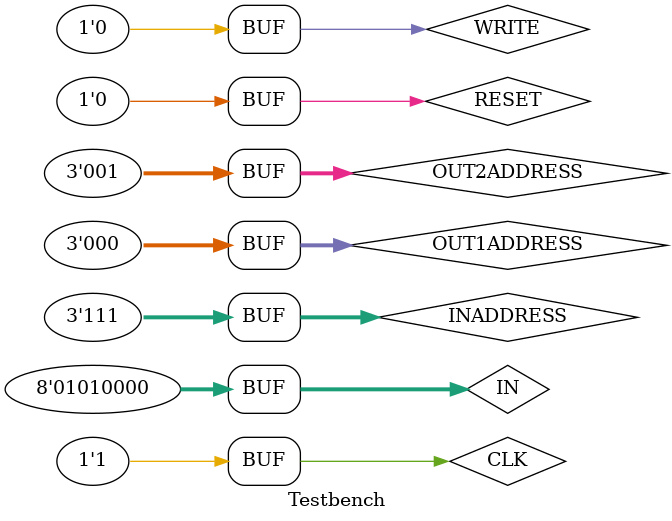
<source format=v>
module reg_file(IN,OUT1,OUT2,INADDRESS,OUT1ADDRESS,OUT2ADDRESS, WRITE, CLK, RESET);
input [7:0] IN; // set IN as 8 bit input
input [2:0] INADDRESS , OUT1ADDRESS , OUT2ADDRESS; // set INADDRESS , OUT1ADDRESS , OUT2ADDRESS as 3 bit inputs
input WRITE , CLK , RESET; // set WRITE , CLK , RESET as inputs
output reg [7:0] OUT1 , OUT2; // set OUT1 , OUT2 as 8 bit output registers

reg [7:0] registers [7:0]; // Create 8 , 8 bit registers to store values.

integer i; // Initialize a integer variable for loop

/* always block
   This block will be executed when rising edge of CLK occurs.
*/
always @ (posedge CLK)
begin
    if(RESET)begin // If RESET = 1
        /* all the registers will be set as 0
           This is a non blocking statement. So all the registers will be set as 0
           at same time (after 1 time unit).
        */
        for (i=0;i<=7;i=i+1)begin
            registers[i] <=  #1 0;
        end  
    end

    // If RESET == 0 and WRITE == 1
    if(!RESET & WRITE)begin
        /* store given value in the given register.
           IN contains the value and INADDRESS used to identify the register.
        */
        registers[INADDRESS] <= #1 IN; 
    end  
end


/* always block
   This block will be executed when OUT1 or OUT2 or RESET or WRITE changed
*/
always @ (OUT1ADDRESS , OUT2ADDRESS , RESET , WRITE)
begin
    if(!WRITE)begin // If WRITE == 0
        OUT1 <= #2 registers[OUT1ADDRESS]; // set OUT1 as the value in OUT1ADDRESS register
        OUT2 <= #2 registers[OUT2ADDRESS]; // set OUT2 as the value in OUT2ADDRESS register
    end
    
end
endmodule  


// Testbench module for testing purposes
module Testbench; 

    /* Following wires and registers are used to create instance of the reg_file module.
    */
    reg [7:0] IN; // IN is a 8 bit register
    reg [2:0] INADDRESS , OUT1ADDRESS , OUT2ADDRESS; // INADDRESS , OUT1ADDRESS , OUT2ADDRESS are 3 bit registers
    reg WRITE , CLK , RESET; // WRITE , CLK , RESET are registers
    wire [7:0] OUT1 , OUT2; // OUT1 , OUT2 are 8 bit wires

    // create instance of the reg_file module
    reg_file reg_f (IN,OUT1,OUT2,INADDRESS,OUT1ADDRESS,OUT2ADDRESS, WRITE, CLK, RESET);
    
    initial 
    begin
        
        // t = 5
        #5 RESET = 1; CLK = 0; CLK = 1; RESET = 0; // Reset
        // t = 10
        #5 WRITE = 1; CLK = 0; CLK = 1; IN = 10; INADDRESS = 0; // register0 value = 10
        // t = 15
        #5 CLK = 0; CLK = 1; IN = 20; INADDRESS = 1; // register1 value = 20
        // t = 20
        #5 CLK = 0; CLK = 1; IN = 30; INADDRESS = 2; // register2 value = 30
        // t = 25
        #5 CLK = 0; CLK = 1; IN = 40; INADDRESS = 3; // register4 value = 10
        // t = 30
        #5 CLK = 0; CLK = 1; IN = 50; INADDRESS = 4; // register5 value = 10
        // t = 35
        #5 CLK = 0; CLK = 1; IN = 60; INADDRESS = 5; // register6 value = 10
        // t = 40
        #5 CLK = 0; CLK = 1; IN = 70; INADDRESS = 6; // register7 value = 10
        // t = 45
        #5 CLK = 0; CLK = 1; IN = 80; INADDRESS = 7; // register8 value = 10


        // t = 50
        #5 WRITE = 0; OUT1ADDRESS = 0; OUT2ADDRESS = 1; // get register1 and register2 value
        // t = 55
        #5 OUT1ADDRESS = 2; OUT2ADDRESS = 3; // get register3 and register4 value
        // t = 60
        #5 OUT1ADDRESS = 4; OUT2ADDRESS = 5; // get register5 and register6 value
        // t = 65
        #5 OUT1ADDRESS = 6; OUT2ADDRESS = 7; // get register7 and register8 value


        // t = 70
        #5 WRITE = 1; RESET = 1; CLK = 0; CLK = 1; // reset
        // t = 75
        #5 RESET = 0; WRITE = 0; OUT1ADDRESS = 0; OUT2ADDRESS = 1;
    end 


    /* Initial block
       This is used for monitoring purposes.
    */
    initial  
    begin
        $monitor("%d,\t%d,\t%d,\t%d,\t%d,\t%d,\t%d,\t%d,\t%d,\t%d",$time, IN,INADDRESS,OUT1ADDRESS,OUT2ADDRESS,WRITE,CLK, RESET,OUT1,OUT2); 
        // $monitor("%d,\t%d,\t%d",$time,OUT1,OUT2); 
        $dumpfile ("register_file.vcd"); 
        $dumpvars; 
    end 
    
endmodule
                          
</source>
